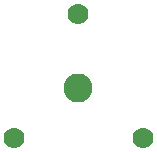
<source format=gbr>
G04 EasyPC Gerber Version 20.0.2 Build 4112 *
G04 #@! TF.Part,Single*
G04 #@! TF.FileFunction,Soldermask,Bot *
%FSLAX25Y25*%
%MOIN*%
G04 #@! TA.AperFunction,WasherPad*
%ADD26C,0.07000*%
%ADD25C,0.09700*%
X0Y0D02*
D02*
D25*
X31500Y33050D03*
D02*
D26*
X10100Y16550D03*
X31500Y57850D03*
X53100Y16650D03*
X0Y0D02*
M02*

</source>
